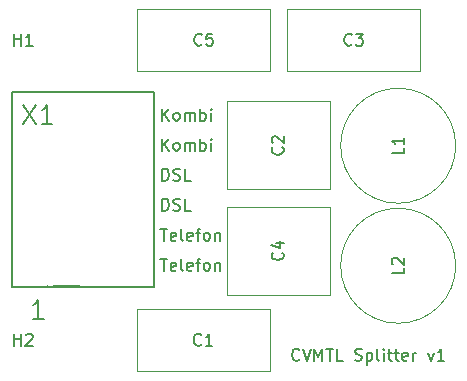
<source format=gto>
G04 #@! TF.GenerationSoftware,KiCad,Pcbnew,(6.0.5)*
G04 #@! TF.CreationDate,2022-06-23T10:44:57+02:00*
G04 #@! TF.ProjectId,splitter,73706c69-7474-4657-922e-6b696361645f,rev?*
G04 #@! TF.SameCoordinates,Original*
G04 #@! TF.FileFunction,Legend,Top*
G04 #@! TF.FilePolarity,Positive*
%FSLAX46Y46*%
G04 Gerber Fmt 4.6, Leading zero omitted, Abs format (unit mm)*
G04 Created by KiCad (PCBNEW (6.0.5)) date 2022-06-23 10:44:57*
%MOMM*%
%LPD*%
G01*
G04 APERTURE LIST*
%ADD10C,0.150000*%
%ADD11C,0.120000*%
%ADD12C,0.200000*%
%ADD13C,1.600000*%
%ADD14C,3.600000*%
%ADD15C,5.600000*%
%ADD16C,2.600000*%
%ADD17C,2.000000*%
%ADD18O,3.300000X1.650000*%
G04 APERTURE END LIST*
D10*
X118302738Y-99782380D02*
X118874166Y-99782380D01*
X118588452Y-100782380D02*
X118588452Y-99782380D01*
X119588452Y-100734761D02*
X119493214Y-100782380D01*
X119302738Y-100782380D01*
X119207500Y-100734761D01*
X119159880Y-100639523D01*
X119159880Y-100258571D01*
X119207500Y-100163333D01*
X119302738Y-100115714D01*
X119493214Y-100115714D01*
X119588452Y-100163333D01*
X119636071Y-100258571D01*
X119636071Y-100353809D01*
X119159880Y-100449047D01*
X120207500Y-100782380D02*
X120112261Y-100734761D01*
X120064642Y-100639523D01*
X120064642Y-99782380D01*
X120969404Y-100734761D02*
X120874166Y-100782380D01*
X120683690Y-100782380D01*
X120588452Y-100734761D01*
X120540833Y-100639523D01*
X120540833Y-100258571D01*
X120588452Y-100163333D01*
X120683690Y-100115714D01*
X120874166Y-100115714D01*
X120969404Y-100163333D01*
X121017023Y-100258571D01*
X121017023Y-100353809D01*
X120540833Y-100449047D01*
X121302738Y-100115714D02*
X121683690Y-100115714D01*
X121445595Y-100782380D02*
X121445595Y-99925238D01*
X121493214Y-99830000D01*
X121588452Y-99782380D01*
X121683690Y-99782380D01*
X122159880Y-100782380D02*
X122064642Y-100734761D01*
X122017023Y-100687142D01*
X121969404Y-100591904D01*
X121969404Y-100306190D01*
X122017023Y-100210952D01*
X122064642Y-100163333D01*
X122159880Y-100115714D01*
X122302738Y-100115714D01*
X122397976Y-100163333D01*
X122445595Y-100210952D01*
X122493214Y-100306190D01*
X122493214Y-100591904D01*
X122445595Y-100687142D01*
X122397976Y-100734761D01*
X122302738Y-100782380D01*
X122159880Y-100782380D01*
X122921785Y-100115714D02*
X122921785Y-100782380D01*
X122921785Y-100210952D02*
X122969404Y-100163333D01*
X123064642Y-100115714D01*
X123207500Y-100115714D01*
X123302738Y-100163333D01*
X123350357Y-100258571D01*
X123350357Y-100782380D01*
X130056666Y-110847142D02*
X130009047Y-110894761D01*
X129866190Y-110942380D01*
X129770952Y-110942380D01*
X129628095Y-110894761D01*
X129532857Y-110799523D01*
X129485238Y-110704285D01*
X129437619Y-110513809D01*
X129437619Y-110370952D01*
X129485238Y-110180476D01*
X129532857Y-110085238D01*
X129628095Y-109990000D01*
X129770952Y-109942380D01*
X129866190Y-109942380D01*
X130009047Y-109990000D01*
X130056666Y-110037619D01*
X130342380Y-109942380D02*
X130675714Y-110942380D01*
X131009047Y-109942380D01*
X131342380Y-110942380D02*
X131342380Y-109942380D01*
X131675714Y-110656666D01*
X132009047Y-109942380D01*
X132009047Y-110942380D01*
X132342380Y-109942380D02*
X132913809Y-109942380D01*
X132628095Y-110942380D02*
X132628095Y-109942380D01*
X133723333Y-110942380D02*
X133247142Y-110942380D01*
X133247142Y-109942380D01*
X134770952Y-110894761D02*
X134913809Y-110942380D01*
X135151904Y-110942380D01*
X135247142Y-110894761D01*
X135294761Y-110847142D01*
X135342380Y-110751904D01*
X135342380Y-110656666D01*
X135294761Y-110561428D01*
X135247142Y-110513809D01*
X135151904Y-110466190D01*
X134961428Y-110418571D01*
X134866190Y-110370952D01*
X134818571Y-110323333D01*
X134770952Y-110228095D01*
X134770952Y-110132857D01*
X134818571Y-110037619D01*
X134866190Y-109990000D01*
X134961428Y-109942380D01*
X135199523Y-109942380D01*
X135342380Y-109990000D01*
X135770952Y-110275714D02*
X135770952Y-111275714D01*
X135770952Y-110323333D02*
X135866190Y-110275714D01*
X136056666Y-110275714D01*
X136151904Y-110323333D01*
X136199523Y-110370952D01*
X136247142Y-110466190D01*
X136247142Y-110751904D01*
X136199523Y-110847142D01*
X136151904Y-110894761D01*
X136056666Y-110942380D01*
X135866190Y-110942380D01*
X135770952Y-110894761D01*
X136818571Y-110942380D02*
X136723333Y-110894761D01*
X136675714Y-110799523D01*
X136675714Y-109942380D01*
X137199523Y-110942380D02*
X137199523Y-110275714D01*
X137199523Y-109942380D02*
X137151904Y-109990000D01*
X137199523Y-110037619D01*
X137247142Y-109990000D01*
X137199523Y-109942380D01*
X137199523Y-110037619D01*
X137532857Y-110275714D02*
X137913809Y-110275714D01*
X137675714Y-109942380D02*
X137675714Y-110799523D01*
X137723333Y-110894761D01*
X137818571Y-110942380D01*
X137913809Y-110942380D01*
X138104285Y-110275714D02*
X138485238Y-110275714D01*
X138247142Y-109942380D02*
X138247142Y-110799523D01*
X138294761Y-110894761D01*
X138390000Y-110942380D01*
X138485238Y-110942380D01*
X139199523Y-110894761D02*
X139104285Y-110942380D01*
X138913809Y-110942380D01*
X138818571Y-110894761D01*
X138770952Y-110799523D01*
X138770952Y-110418571D01*
X138818571Y-110323333D01*
X138913809Y-110275714D01*
X139104285Y-110275714D01*
X139199523Y-110323333D01*
X139247142Y-110418571D01*
X139247142Y-110513809D01*
X138770952Y-110609047D01*
X139675714Y-110942380D02*
X139675714Y-110275714D01*
X139675714Y-110466190D02*
X139723333Y-110370952D01*
X139770952Y-110323333D01*
X139866190Y-110275714D01*
X139961428Y-110275714D01*
X140961428Y-110275714D02*
X141199523Y-110942380D01*
X141437619Y-110275714D01*
X142342380Y-110942380D02*
X141770952Y-110942380D01*
X142056666Y-110942380D02*
X142056666Y-109942380D01*
X141961428Y-110085238D01*
X141866190Y-110180476D01*
X141770952Y-110228095D01*
X118445595Y-90622380D02*
X118445595Y-89622380D01*
X119017023Y-90622380D02*
X118588452Y-90050952D01*
X119017023Y-89622380D02*
X118445595Y-90193809D01*
X119588452Y-90622380D02*
X119493214Y-90574761D01*
X119445595Y-90527142D01*
X119397976Y-90431904D01*
X119397976Y-90146190D01*
X119445595Y-90050952D01*
X119493214Y-90003333D01*
X119588452Y-89955714D01*
X119731309Y-89955714D01*
X119826547Y-90003333D01*
X119874166Y-90050952D01*
X119921785Y-90146190D01*
X119921785Y-90431904D01*
X119874166Y-90527142D01*
X119826547Y-90574761D01*
X119731309Y-90622380D01*
X119588452Y-90622380D01*
X120350357Y-90622380D02*
X120350357Y-89955714D01*
X120350357Y-90050952D02*
X120397976Y-90003333D01*
X120493214Y-89955714D01*
X120636071Y-89955714D01*
X120731309Y-90003333D01*
X120778928Y-90098571D01*
X120778928Y-90622380D01*
X120778928Y-90098571D02*
X120826547Y-90003333D01*
X120921785Y-89955714D01*
X121064642Y-89955714D01*
X121159880Y-90003333D01*
X121207500Y-90098571D01*
X121207500Y-90622380D01*
X121683690Y-90622380D02*
X121683690Y-89622380D01*
X121683690Y-90003333D02*
X121778928Y-89955714D01*
X121969404Y-89955714D01*
X122064642Y-90003333D01*
X122112261Y-90050952D01*
X122159880Y-90146190D01*
X122159880Y-90431904D01*
X122112261Y-90527142D01*
X122064642Y-90574761D01*
X121969404Y-90622380D01*
X121778928Y-90622380D01*
X121683690Y-90574761D01*
X122588452Y-90622380D02*
X122588452Y-89955714D01*
X122588452Y-89622380D02*
X122540833Y-89670000D01*
X122588452Y-89717619D01*
X122636071Y-89670000D01*
X122588452Y-89622380D01*
X122588452Y-89717619D01*
X118445595Y-98242380D02*
X118445595Y-97242380D01*
X118683690Y-97242380D01*
X118826547Y-97290000D01*
X118921785Y-97385238D01*
X118969404Y-97480476D01*
X119017023Y-97670952D01*
X119017023Y-97813809D01*
X118969404Y-98004285D01*
X118921785Y-98099523D01*
X118826547Y-98194761D01*
X118683690Y-98242380D01*
X118445595Y-98242380D01*
X119397976Y-98194761D02*
X119540833Y-98242380D01*
X119778928Y-98242380D01*
X119874166Y-98194761D01*
X119921785Y-98147142D01*
X119969404Y-98051904D01*
X119969404Y-97956666D01*
X119921785Y-97861428D01*
X119874166Y-97813809D01*
X119778928Y-97766190D01*
X119588452Y-97718571D01*
X119493214Y-97670952D01*
X119445595Y-97623333D01*
X119397976Y-97528095D01*
X119397976Y-97432857D01*
X119445595Y-97337619D01*
X119493214Y-97290000D01*
X119588452Y-97242380D01*
X119826547Y-97242380D01*
X119969404Y-97290000D01*
X120874166Y-98242380D02*
X120397976Y-98242380D01*
X120397976Y-97242380D01*
X118302738Y-102322380D02*
X118874166Y-102322380D01*
X118588452Y-103322380D02*
X118588452Y-102322380D01*
X119588452Y-103274761D02*
X119493214Y-103322380D01*
X119302738Y-103322380D01*
X119207500Y-103274761D01*
X119159880Y-103179523D01*
X119159880Y-102798571D01*
X119207500Y-102703333D01*
X119302738Y-102655714D01*
X119493214Y-102655714D01*
X119588452Y-102703333D01*
X119636071Y-102798571D01*
X119636071Y-102893809D01*
X119159880Y-102989047D01*
X120207500Y-103322380D02*
X120112261Y-103274761D01*
X120064642Y-103179523D01*
X120064642Y-102322380D01*
X120969404Y-103274761D02*
X120874166Y-103322380D01*
X120683690Y-103322380D01*
X120588452Y-103274761D01*
X120540833Y-103179523D01*
X120540833Y-102798571D01*
X120588452Y-102703333D01*
X120683690Y-102655714D01*
X120874166Y-102655714D01*
X120969404Y-102703333D01*
X121017023Y-102798571D01*
X121017023Y-102893809D01*
X120540833Y-102989047D01*
X121302738Y-102655714D02*
X121683690Y-102655714D01*
X121445595Y-103322380D02*
X121445595Y-102465238D01*
X121493214Y-102370000D01*
X121588452Y-102322380D01*
X121683690Y-102322380D01*
X122159880Y-103322380D02*
X122064642Y-103274761D01*
X122017023Y-103227142D01*
X121969404Y-103131904D01*
X121969404Y-102846190D01*
X122017023Y-102750952D01*
X122064642Y-102703333D01*
X122159880Y-102655714D01*
X122302738Y-102655714D01*
X122397976Y-102703333D01*
X122445595Y-102750952D01*
X122493214Y-102846190D01*
X122493214Y-103131904D01*
X122445595Y-103227142D01*
X122397976Y-103274761D01*
X122302738Y-103322380D01*
X122159880Y-103322380D01*
X122921785Y-102655714D02*
X122921785Y-103322380D01*
X122921785Y-102750952D02*
X122969404Y-102703333D01*
X123064642Y-102655714D01*
X123207500Y-102655714D01*
X123302738Y-102703333D01*
X123350357Y-102798571D01*
X123350357Y-103322380D01*
X118445595Y-93162380D02*
X118445595Y-92162380D01*
X119017023Y-93162380D02*
X118588452Y-92590952D01*
X119017023Y-92162380D02*
X118445595Y-92733809D01*
X119588452Y-93162380D02*
X119493214Y-93114761D01*
X119445595Y-93067142D01*
X119397976Y-92971904D01*
X119397976Y-92686190D01*
X119445595Y-92590952D01*
X119493214Y-92543333D01*
X119588452Y-92495714D01*
X119731309Y-92495714D01*
X119826547Y-92543333D01*
X119874166Y-92590952D01*
X119921785Y-92686190D01*
X119921785Y-92971904D01*
X119874166Y-93067142D01*
X119826547Y-93114761D01*
X119731309Y-93162380D01*
X119588452Y-93162380D01*
X120350357Y-93162380D02*
X120350357Y-92495714D01*
X120350357Y-92590952D02*
X120397976Y-92543333D01*
X120493214Y-92495714D01*
X120636071Y-92495714D01*
X120731309Y-92543333D01*
X120778928Y-92638571D01*
X120778928Y-93162380D01*
X120778928Y-92638571D02*
X120826547Y-92543333D01*
X120921785Y-92495714D01*
X121064642Y-92495714D01*
X121159880Y-92543333D01*
X121207500Y-92638571D01*
X121207500Y-93162380D01*
X121683690Y-93162380D02*
X121683690Y-92162380D01*
X121683690Y-92543333D02*
X121778928Y-92495714D01*
X121969404Y-92495714D01*
X122064642Y-92543333D01*
X122112261Y-92590952D01*
X122159880Y-92686190D01*
X122159880Y-92971904D01*
X122112261Y-93067142D01*
X122064642Y-93114761D01*
X121969404Y-93162380D01*
X121778928Y-93162380D01*
X121683690Y-93114761D01*
X122588452Y-93162380D02*
X122588452Y-92495714D01*
X122588452Y-92162380D02*
X122540833Y-92210000D01*
X122588452Y-92257619D01*
X122636071Y-92210000D01*
X122588452Y-92162380D01*
X122588452Y-92257619D01*
X118445595Y-95702380D02*
X118445595Y-94702380D01*
X118683690Y-94702380D01*
X118826547Y-94750000D01*
X118921785Y-94845238D01*
X118969404Y-94940476D01*
X119017023Y-95130952D01*
X119017023Y-95273809D01*
X118969404Y-95464285D01*
X118921785Y-95559523D01*
X118826547Y-95654761D01*
X118683690Y-95702380D01*
X118445595Y-95702380D01*
X119397976Y-95654761D02*
X119540833Y-95702380D01*
X119778928Y-95702380D01*
X119874166Y-95654761D01*
X119921785Y-95607142D01*
X119969404Y-95511904D01*
X119969404Y-95416666D01*
X119921785Y-95321428D01*
X119874166Y-95273809D01*
X119778928Y-95226190D01*
X119588452Y-95178571D01*
X119493214Y-95130952D01*
X119445595Y-95083333D01*
X119397976Y-94988095D01*
X119397976Y-94892857D01*
X119445595Y-94797619D01*
X119493214Y-94750000D01*
X119588452Y-94702380D01*
X119826547Y-94702380D01*
X119969404Y-94750000D01*
X120874166Y-95702380D02*
X120397976Y-95702380D01*
X120397976Y-94702380D01*
X128627142Y-92876666D02*
X128674761Y-92924285D01*
X128722380Y-93067142D01*
X128722380Y-93162380D01*
X128674761Y-93305238D01*
X128579523Y-93400476D01*
X128484285Y-93448095D01*
X128293809Y-93495714D01*
X128150952Y-93495714D01*
X127960476Y-93448095D01*
X127865238Y-93400476D01*
X127770000Y-93305238D01*
X127722380Y-93162380D01*
X127722380Y-93067142D01*
X127770000Y-92924285D01*
X127817619Y-92876666D01*
X127817619Y-92495714D02*
X127770000Y-92448095D01*
X127722380Y-92352857D01*
X127722380Y-92114761D01*
X127770000Y-92019523D01*
X127817619Y-91971904D01*
X127912857Y-91924285D01*
X128008095Y-91924285D01*
X128150952Y-91971904D01*
X128722380Y-92543333D01*
X128722380Y-91924285D01*
X105918095Y-109672380D02*
X105918095Y-108672380D01*
X105918095Y-109148571D02*
X106489523Y-109148571D01*
X106489523Y-109672380D02*
X106489523Y-108672380D01*
X106918095Y-108767619D02*
X106965714Y-108720000D01*
X107060952Y-108672380D01*
X107299047Y-108672380D01*
X107394285Y-108720000D01*
X107441904Y-108767619D01*
X107489523Y-108862857D01*
X107489523Y-108958095D01*
X107441904Y-109100952D01*
X106870476Y-109672380D01*
X107489523Y-109672380D01*
X105918095Y-84272380D02*
X105918095Y-83272380D01*
X105918095Y-83748571D02*
X106489523Y-83748571D01*
X106489523Y-84272380D02*
X106489523Y-83272380D01*
X107489523Y-84272380D02*
X106918095Y-84272380D01*
X107203809Y-84272380D02*
X107203809Y-83272380D01*
X107108571Y-83415238D01*
X107013333Y-83510476D01*
X106918095Y-83558095D01*
X138882380Y-103076666D02*
X138882380Y-103552857D01*
X137882380Y-103552857D01*
X137977619Y-102790952D02*
X137930000Y-102743333D01*
X137882380Y-102648095D01*
X137882380Y-102410000D01*
X137930000Y-102314761D01*
X137977619Y-102267142D01*
X138072857Y-102219523D01*
X138168095Y-102219523D01*
X138310952Y-102267142D01*
X138882380Y-102838571D01*
X138882380Y-102219523D01*
X121753333Y-109577142D02*
X121705714Y-109624761D01*
X121562857Y-109672380D01*
X121467619Y-109672380D01*
X121324761Y-109624761D01*
X121229523Y-109529523D01*
X121181904Y-109434285D01*
X121134285Y-109243809D01*
X121134285Y-109100952D01*
X121181904Y-108910476D01*
X121229523Y-108815238D01*
X121324761Y-108720000D01*
X121467619Y-108672380D01*
X121562857Y-108672380D01*
X121705714Y-108720000D01*
X121753333Y-108767619D01*
X122705714Y-109672380D02*
X122134285Y-109672380D01*
X122420000Y-109672380D02*
X122420000Y-108672380D01*
X122324761Y-108815238D01*
X122229523Y-108910476D01*
X122134285Y-108958095D01*
X106673451Y-89306452D02*
X107724726Y-90883365D01*
X107724726Y-89306452D02*
X106673451Y-90883365D01*
X109151457Y-90883365D02*
X108250364Y-90883365D01*
X108700910Y-90883365D02*
X108700910Y-89306452D01*
X108550728Y-89531725D01*
X108400546Y-89681907D01*
X108250364Y-89756998D01*
X108400116Y-107392685D02*
X107499883Y-107392685D01*
X107950000Y-107392685D02*
X107950000Y-105817276D01*
X107799961Y-106042334D01*
X107649922Y-106192373D01*
X107499883Y-106267392D01*
X121793333Y-84177142D02*
X121745714Y-84224761D01*
X121602857Y-84272380D01*
X121507619Y-84272380D01*
X121364761Y-84224761D01*
X121269523Y-84129523D01*
X121221904Y-84034285D01*
X121174285Y-83843809D01*
X121174285Y-83700952D01*
X121221904Y-83510476D01*
X121269523Y-83415238D01*
X121364761Y-83320000D01*
X121507619Y-83272380D01*
X121602857Y-83272380D01*
X121745714Y-83320000D01*
X121793333Y-83367619D01*
X122698095Y-83272380D02*
X122221904Y-83272380D01*
X122174285Y-83748571D01*
X122221904Y-83700952D01*
X122317142Y-83653333D01*
X122555238Y-83653333D01*
X122650476Y-83700952D01*
X122698095Y-83748571D01*
X122745714Y-83843809D01*
X122745714Y-84081904D01*
X122698095Y-84177142D01*
X122650476Y-84224761D01*
X122555238Y-84272380D01*
X122317142Y-84272380D01*
X122221904Y-84224761D01*
X122174285Y-84177142D01*
X134493333Y-84177142D02*
X134445714Y-84224761D01*
X134302857Y-84272380D01*
X134207619Y-84272380D01*
X134064761Y-84224761D01*
X133969523Y-84129523D01*
X133921904Y-84034285D01*
X133874285Y-83843809D01*
X133874285Y-83700952D01*
X133921904Y-83510476D01*
X133969523Y-83415238D01*
X134064761Y-83320000D01*
X134207619Y-83272380D01*
X134302857Y-83272380D01*
X134445714Y-83320000D01*
X134493333Y-83367619D01*
X134826666Y-83272380D02*
X135445714Y-83272380D01*
X135112380Y-83653333D01*
X135255238Y-83653333D01*
X135350476Y-83700952D01*
X135398095Y-83748571D01*
X135445714Y-83843809D01*
X135445714Y-84081904D01*
X135398095Y-84177142D01*
X135350476Y-84224761D01*
X135255238Y-84272380D01*
X134969523Y-84272380D01*
X134874285Y-84224761D01*
X134826666Y-84177142D01*
X128627142Y-101806666D02*
X128674761Y-101854285D01*
X128722380Y-101997142D01*
X128722380Y-102092380D01*
X128674761Y-102235238D01*
X128579523Y-102330476D01*
X128484285Y-102378095D01*
X128293809Y-102425714D01*
X128150952Y-102425714D01*
X127960476Y-102378095D01*
X127865238Y-102330476D01*
X127770000Y-102235238D01*
X127722380Y-102092380D01*
X127722380Y-101997142D01*
X127770000Y-101854285D01*
X127817619Y-101806666D01*
X128055714Y-100949523D02*
X128722380Y-100949523D01*
X127674761Y-101187619D02*
X128389047Y-101425714D01*
X128389047Y-100806666D01*
X138882380Y-92916666D02*
X138882380Y-93392857D01*
X137882380Y-93392857D01*
X138882380Y-92059523D02*
X138882380Y-92630952D01*
X138882380Y-92345238D02*
X137882380Y-92345238D01*
X138025238Y-92440476D01*
X138120476Y-92535714D01*
X138168095Y-92630952D01*
D11*
X123900000Y-88990000D02*
X132640000Y-88990000D01*
X123900000Y-96430000D02*
X123900000Y-88990000D01*
X132640000Y-96430000D02*
X132640000Y-88990000D01*
X123900000Y-96430000D02*
X132640000Y-96430000D01*
X143300000Y-102910000D02*
G75*
G03*
X143300000Y-102910000I-4870000J0D01*
G01*
X127540000Y-106600000D02*
X127540000Y-111840000D01*
X116300000Y-106600000D02*
X127540000Y-106600000D01*
X116300000Y-106600000D02*
X116300000Y-111840000D01*
X116300000Y-111840000D02*
X127540000Y-111840000D01*
D12*
X110522000Y-104600600D02*
X110532400Y-104602400D01*
X110450900Y-104596500D02*
X110460800Y-104594300D01*
X110317400Y-104613500D02*
X110325300Y-104613300D01*
X117760000Y-104713500D02*
X117760000Y-88213500D01*
X110333400Y-104613100D02*
X110337400Y-104612900D01*
X110585700Y-104609500D02*
X110596400Y-104610500D01*
X110569600Y-104607700D02*
X110574900Y-104608400D01*
X110313600Y-104713500D02*
X117760000Y-104713500D01*
X109148400Y-104684800D02*
X108983700Y-104713100D01*
X110313600Y-104613500D02*
X109306400Y-104613500D01*
X110639800Y-104613100D02*
X110650700Y-104613300D01*
X111460000Y-104613500D02*
X110667100Y-104613500D01*
X110393900Y-104607100D02*
X110403100Y-104605700D01*
X110661700Y-104613500D02*
X110667100Y-104613500D01*
X110325300Y-104613300D02*
X110333400Y-104613100D01*
X110337400Y-104612900D02*
X110341600Y-104612600D01*
X110475800Y-104590700D02*
X110480800Y-104591900D01*
X110634400Y-104612900D02*
X110639800Y-104613100D01*
X117760000Y-88213500D02*
X105760000Y-88213500D01*
X110412400Y-104604100D02*
X110421800Y-104602400D01*
X110480800Y-104591900D02*
X110491000Y-104594300D01*
X110341600Y-104612600D02*
X110349900Y-104612100D01*
X110491000Y-104594300D02*
X110501200Y-104596500D01*
X110460800Y-104594300D02*
X110470700Y-104591900D01*
X110629000Y-104612600D02*
X110634400Y-104612900D01*
X110553600Y-104605700D02*
X110564200Y-104607100D01*
X105760000Y-104713500D02*
X105760000Y-88213500D01*
X110532400Y-104602400D02*
X110543000Y-104604100D01*
X110506400Y-104597600D02*
X110522000Y-104600600D01*
X110384800Y-104608400D02*
X110389300Y-104607700D01*
X110501200Y-104596500D02*
X110506400Y-104597600D01*
X110431400Y-104600600D02*
X110441100Y-104598600D01*
X110313600Y-104713500D02*
X110313600Y-104613500D01*
X108818200Y-104697300D02*
X108657700Y-104638100D01*
X110470700Y-104591900D02*
X110475800Y-104590700D01*
X110375900Y-104609500D02*
X110384800Y-104608400D01*
X109306400Y-104613500D02*
X109148400Y-104684800D01*
X110650700Y-104613300D02*
X110661700Y-104613500D01*
X110564200Y-104607100D02*
X110569600Y-104607700D01*
X110543000Y-104604100D02*
X110553600Y-104605700D01*
X110421800Y-104602400D02*
X110431400Y-104600600D01*
X108983700Y-104713100D02*
X108818200Y-104697300D01*
X110446000Y-104597600D02*
X110450900Y-104596500D01*
X110313600Y-104613500D02*
X110317400Y-104613500D01*
X110403100Y-104605700D02*
X110412400Y-104604100D01*
X110667100Y-104713500D02*
X110667100Y-104613500D01*
X110358400Y-104611300D02*
X110367100Y-104610500D01*
X110618100Y-104612100D02*
X110629000Y-104612600D01*
X110574900Y-104608400D02*
X110585700Y-104609500D01*
X110349900Y-104612100D02*
X110358400Y-104611300D01*
X110596400Y-104610500D02*
X110607300Y-104611300D01*
X105760000Y-104713500D02*
X110313600Y-104713500D01*
X110389300Y-104607700D02*
X110393900Y-104607100D01*
X110367100Y-104610500D02*
X110375900Y-104609500D01*
X110607300Y-104611300D02*
X110618100Y-104612100D01*
X110441100Y-104598600D02*
X110446000Y-104597600D01*
D11*
X127580000Y-81200000D02*
X116340000Y-81200000D01*
X116340000Y-86440000D02*
X116340000Y-81200000D01*
X127580000Y-86440000D02*
X127580000Y-81200000D01*
X127580000Y-86440000D02*
X116340000Y-86440000D01*
X140280000Y-86440000D02*
X129040000Y-86440000D01*
X140280000Y-86440000D02*
X140280000Y-81200000D01*
X129040000Y-86440000D02*
X129040000Y-81200000D01*
X140280000Y-81200000D02*
X129040000Y-81200000D01*
X132640000Y-105360000D02*
X132640000Y-97920000D01*
X123900000Y-97920000D02*
X132640000Y-97920000D01*
X123900000Y-105360000D02*
X132640000Y-105360000D01*
X123900000Y-105360000D02*
X123900000Y-97920000D01*
X143300000Y-92750000D02*
G75*
G03*
X143300000Y-92750000I-4870000J0D01*
G01*
%LPC*%
D13*
X128270000Y-95210000D03*
X128270000Y-90210000D03*
D14*
X111760000Y-109072710D03*
D15*
X111760000Y-109072710D03*
X111760000Y-83820000D03*
D14*
X111760000Y-83820000D03*
D16*
X138430000Y-105410000D03*
X138430000Y-100410000D03*
D17*
X119420000Y-109220000D03*
X124420000Y-109220000D03*
D18*
X110460000Y-103513500D03*
X115460000Y-101013500D03*
X110460000Y-98513500D03*
X115460000Y-96013500D03*
X110460000Y-93513500D03*
X115460000Y-91013500D03*
D17*
X124460000Y-83820000D03*
X119460000Y-83820000D03*
X137160000Y-83820000D03*
X132160000Y-83820000D03*
D13*
X128270000Y-104140000D03*
X128270000Y-99140000D03*
D16*
X138430000Y-95250000D03*
X138430000Y-90250000D03*
M02*

</source>
